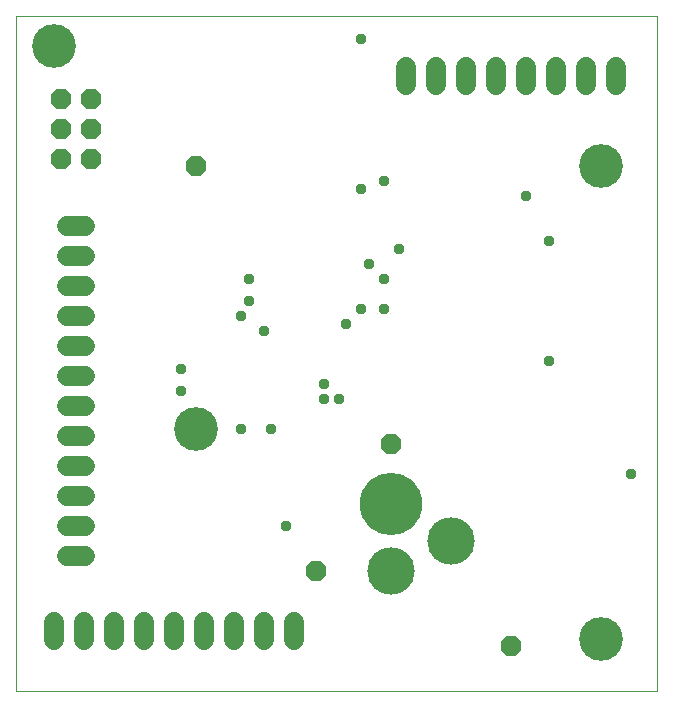
<source format=gbs>
G04 EAGLE Gerber RS-274X export*
G75*
%MOMM*%
%FSLAX34Y34*%
%LPD*%
%INSolderstop Bottom*%
%IPPOS*%
%AMOC8*
5,1,8,0,0,1.08239X$1,22.5*%
G01*
%ADD10C,0.000000*%
%ADD11C,3.703200*%
%ADD12P,1.869504X8X22.500000*%
%ADD13P,1.869504X8X202.500000*%
%ADD14P,1.869504X8X292.500000*%
%ADD15C,1.711200*%
%ADD16C,4.013200*%
%ADD17C,5.283200*%
%ADD18C,0.959600*%


D10*
X0Y0D02*
X542800Y0D01*
X542800Y571400D01*
X0Y571400D01*
X0Y0D01*
D11*
X495300Y44450D03*
X495300Y444500D03*
X31750Y546100D03*
X152400Y222250D03*
D12*
X152400Y444500D03*
X419100Y38100D03*
D13*
X317500Y209550D03*
D14*
X38100Y501650D03*
X63500Y501650D03*
X38100Y476250D03*
X63500Y476250D03*
X38100Y450850D03*
X63500Y450850D03*
D12*
X254000Y101600D03*
D15*
X234950Y58340D02*
X234950Y43260D01*
X209550Y43260D02*
X209550Y58340D01*
X184150Y58340D02*
X184150Y43260D01*
X158750Y43260D02*
X158750Y58340D01*
X133350Y58340D02*
X133350Y43260D01*
X107950Y43260D02*
X107950Y58340D01*
X82550Y58340D02*
X82550Y43260D01*
X57150Y43260D02*
X57150Y58340D01*
X31750Y58340D02*
X31750Y43260D01*
D16*
X317500Y101600D03*
X368300Y127000D03*
D17*
X317500Y158750D03*
D15*
X330200Y513160D02*
X330200Y528240D01*
X355600Y528240D02*
X355600Y513160D01*
X381000Y513160D02*
X381000Y528240D01*
X406400Y528240D02*
X406400Y513160D01*
X431800Y513160D02*
X431800Y528240D01*
X457200Y528240D02*
X457200Y513160D01*
X482600Y513160D02*
X482600Y528240D01*
X508000Y528240D02*
X508000Y513160D01*
X58340Y215900D02*
X43260Y215900D01*
X43260Y241300D02*
X58340Y241300D01*
X58340Y266700D02*
X43260Y266700D01*
X43260Y292100D02*
X58340Y292100D01*
X58340Y317500D02*
X43260Y317500D01*
X43260Y342900D02*
X58340Y342900D01*
X58340Y368300D02*
X43260Y368300D01*
X43260Y393700D02*
X58340Y393700D01*
X58340Y114300D02*
X43260Y114300D01*
X43260Y139700D02*
X58340Y139700D01*
X58340Y165100D02*
X43260Y165100D01*
X43260Y190500D02*
X58340Y190500D01*
D18*
X450850Y381000D03*
X450850Y279400D03*
X520700Y184150D03*
X228600Y139700D03*
X311150Y431800D03*
X311150Y323850D03*
X311150Y349250D03*
X292100Y552450D03*
X292100Y425450D03*
X298450Y361950D03*
X431800Y419100D03*
X323850Y374650D03*
X190500Y222250D03*
X292100Y323850D03*
X215900Y222250D03*
X279400Y311150D03*
X273050Y247650D03*
X260350Y247650D03*
X260350Y260350D03*
X139700Y254000D03*
X139700Y273050D03*
X209550Y304800D03*
X190500Y317500D03*
X196850Y330200D03*
X196850Y349250D03*
M02*

</source>
